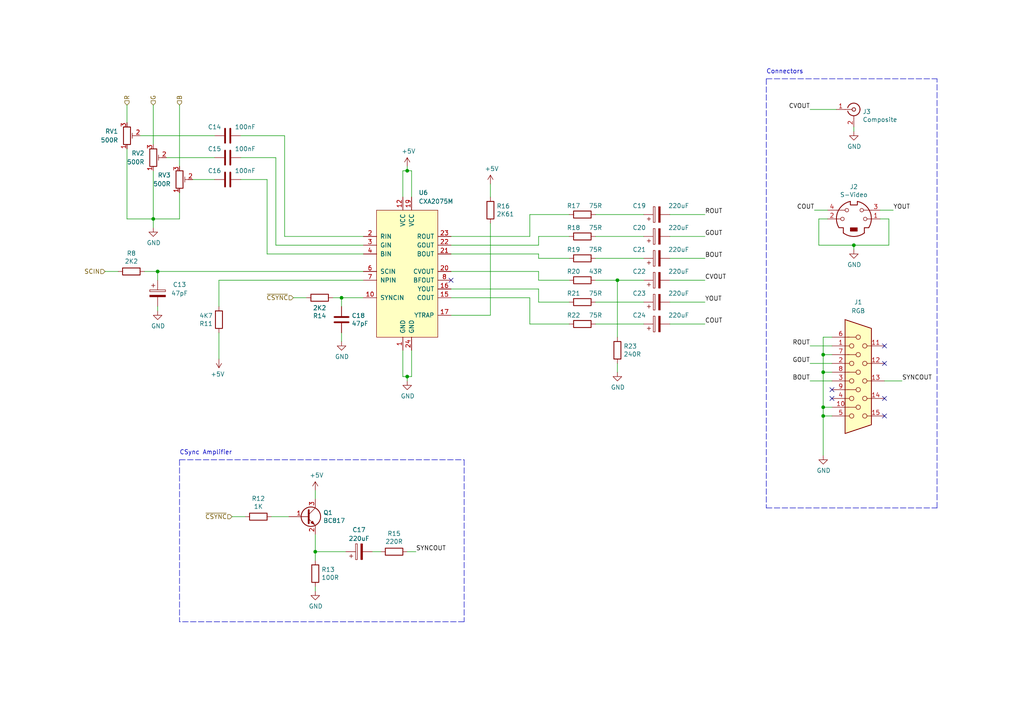
<source format=kicad_sch>
(kicad_sch (version 20211123) (generator eeschema)
  (paper "A4")
  (title_block (title "TRH9000") (date "2022-08-04") (rev "0") (company "The Retro Hacker") (comment 2 "Shared under CERN-OHL-S license") (comment 3 "TRH9000 - Open Source MSX Graphics Card based on the Yamaha V9990") (comment 4 "Designed  by: Cristiano Goncalves"))
  (lib_symbols
    (symbol "Connector:Conn_Coaxial" (pin_names (offset 1.016) hide)
      (property "Reference" "J" (at 0.254 3.048 0))
      (property "Value" "Conn_Coaxial" (at 2.921 0 90))
      (symbol "Conn_Coaxial_0_1"
        (arc (start -1.778 -0.508) (mid 0.2311 -1.8066) (end 1.778 0) (stroke (width 0.254)))
        (polyline (pts (xy -2.54 0) (xy -0.508 0)))
        (polyline (pts (xy 0 -2.54) (xy 0 -1.778)))
        (circle (center 0 0) (radius 0.508) (stroke (width 0.2032)))
        (arc (start 1.778 0) (mid 0.2099 1.8101) (end -1.778 0.508) (stroke (width 0.254)))
      )
      (symbol "Conn_Coaxial_1_1"
        (pin passive line (at -5.08 0 0) (length 2.54) (name "In") (number "1"))
        (pin passive line (at 0 -5.08 90) (length 2.54) (name "Ext") (number "2"))
      )
    )
    (symbol "Connector:DB15_Female_HighDensity" (pin_names (offset 1.016) hide)
      (property "Reference" "J" (at 0 21.59 0))
      (property "Value" "DB15_Female_HighDensity" (at 0 19.05 0))
      (symbol "DB15_Female_HighDensity_0_1"
        (circle (center -1.905 -10.16) (radius 0.635))
        (circle (center -1.905 -5.08) (radius 0.635))
        (circle (center -1.905 0) (radius 0.635))
        (circle (center -1.905 5.08) (radius 0.635))
        (circle (center -1.905 10.16) (radius 0.635))
        (circle (center 0 -7.62) (radius 0.635))
        (circle (center 0 -2.54) (radius 0.635))
        (polyline (pts (xy -3.175 7.62) (xy -0.635 7.62)))
        (polyline (pts (xy -0.635 -7.62) (xy -3.175 -7.62)))
        (polyline (pts (xy -0.635 -2.54) (xy -3.175 -2.54)))
        (polyline (pts (xy -0.635 2.54) (xy -3.175 2.54)))
        (polyline (pts (xy -0.635 12.7) (xy -3.175 12.7)))
        (polyline (pts (xy -3.81 17.78) (xy -3.81 -15.24) (xy 3.81 -12.7) (xy 3.81 15.24) (xy -3.81 17.78)) (stroke (width 0.254)) (fill (type background)))
        (circle (center 0 2.54) (radius 0.635))
        (circle (center 0 7.62) (radius 0.635))
        (circle (center 0 12.7) (radius 0.635))
        (circle (center 1.905 -10.16) (radius 0.635))
        (circle (center 1.905 -5.08) (radius 0.635))
        (circle (center 1.905 0) (radius 0.635))
        (circle (center 1.905 5.08) (radius 0.635))
        (circle (center 1.905 10.16) (radius 0.635))
      )
      (symbol "DB15_Female_HighDensity_1_1"
        (pin passive line (at -7.62 10.16 0) (length 5.08) (name "~") (number "1"))
        (pin passive line (at -7.62 -7.62 0) (length 5.08) (name "~") (number "10"))
        (pin passive line (at 7.62 10.16 180) (length 5.08) (name "~") (number "11"))
        (pin passive line (at 7.62 5.08 180) (length 5.08) (name "~") (number "12"))
        (pin passive line (at 7.62 0 180) (length 5.08) (name "~") (number "13"))
        (pin passive line (at 7.62 -5.08 180) (length 5.08) (name "~") (number "14"))
        (pin passive line (at 7.62 -10.16 180) (length 5.08) (name "~") (number "15"))
        (pin passive line (at -7.62 5.08 0) (length 5.08) (name "~") (number "2"))
        (pin passive line (at -7.62 0 0) (length 5.08) (name "~") (number "3"))
        (pin passive line (at -7.62 -5.08 0) (length 5.08) (name "~") (number "4"))
        (pin passive line (at -7.62 -10.16 0) (length 5.08) (name "~") (number "5"))
        (pin passive line (at -7.62 12.7 0) (length 5.08) (name "~") (number "6"))
        (pin passive line (at -7.62 7.62 0) (length 5.08) (name "~") (number "7"))
        (pin passive line (at -7.62 2.54 0) (length 5.08) (name "~") (number "8"))
        (pin passive line (at -7.62 -2.54 0) (length 5.08) (name "~") (number "9"))
      )
    )
    (symbol "Connector:Mini-DIN-4" (pin_names (offset 1.016))
      (property "Reference" "J" (at 0 6.35 0))
      (property "Value" "Mini-DIN-4" (at 0 -6.35 0))
      (symbol "Mini-DIN-4_0_1"
        (circle (center -3.302 0) (radius 0.508))
        (arc (start -3.048 -4.064) (mid 0 -5.08) (end 3.048 -4.064) (stroke (width 0.254)))
        (circle (center -2.032 2.54) (radius 0.508))
        (rectangle (start -1.016 -2.54) (end 1.016 -3.556) (fill (type outline)))
        (arc (start -1.016 5.08) (mid -4.6228 2.1214) (end -4.318 -2.54) (stroke (width 0.254)))
        (polyline (pts (xy -3.81 0) (xy -5.08 0)))
        (polyline (pts (xy -2.54 2.54) (xy -5.08 2.54)))
        (polyline (pts (xy 2.794 2.54) (xy 5.08 2.54)))
        (polyline (pts (xy 5.08 0) (xy 3.81 0)))
        (polyline (pts (xy -4.318 -2.54) (xy -3.048 -2.54) (xy -3.048 -4.064)) (stroke (width 0.254)))
        (polyline (pts (xy 4.318 -2.54) (xy 3.048 -2.54) (xy 3.048 -4.064)) (stroke (width 0.254)))
        (polyline (pts (xy -1.016 5.08) (xy -1.016 4.064) (xy 1.016 4.064) (xy 1.016 5.08)) (stroke (width 0.254)))
        (circle (center 2.286 2.54) (radius 0.508))
        (circle (center 3.302 0) (radius 0.508))
        (arc (start 4.318 -2.54) (mid 4.6661 2.1322) (end 1.016 5.08) (stroke (width 0.254)))
      )
      (symbol "Mini-DIN-4_1_1"
        (pin passive line (at 7.62 0 180) (length 2.54) (name "~") (number "1"))
        (pin passive line (at -7.62 0 0) (length 2.54) (name "~") (number "2"))
        (pin passive line (at 7.62 2.54 180) (length 2.54) (name "~") (number "3"))
        (pin passive line (at -7.62 2.54 0) (length 2.54) (name "~") (number "4"))
      )
    )
    (symbol "Device:C" (pin_numbers hide) (pin_names (offset 0.254))
      (property "Reference" "C" (at 0.635 2.54 0))
      (property "Value" "C" (at 0.635 -2.54 0))
      (symbol "C_0_1"
        (polyline (pts (xy -2.032 -0.762) (xy 2.032 -0.762)) (stroke (width 0.508)))
        (polyline (pts (xy -2.032 0.762) (xy 2.032 0.762)) (stroke (width 0.508)))
      )
      (symbol "C_1_1"
        (pin passive line (at 0 3.81 270) (length 2.794) (name "~") (number "1"))
        (pin passive line (at 0 -3.81 90) (length 2.794) (name "~") (number "2"))
      )
    )
    (symbol "Device:C_Polarized" (pin_numbers hide) (pin_names (offset 0.254))
      (property "Reference" "C" (at 0.635 2.54 0))
      (property "Value" "C_Polarized" (at 0.635 -2.54 0))
      (symbol "C_Polarized_0_1"
        (rectangle (start -2.286 0.508) (end 2.286 1.016))
        (polyline (pts (xy -1.778 2.286) (xy -0.762 2.286)))
        (polyline (pts (xy -1.27 2.794) (xy -1.27 1.778)))
        (rectangle (start 2.286 -0.508) (end -2.286 -1.016) (fill (type outline)))
      )
      (symbol "C_Polarized_1_1"
        (pin passive line (at 0 3.81 270) (length 2.794) (name "~") (number "1"))
        (pin passive line (at 0 -3.81 90) (length 2.794) (name "~") (number "2"))
      )
    )
    (symbol "Device:R" (pin_numbers hide) (pin_names (offset 0))
      (property "Reference" "R" (at 2.032 0 90))
      (property "Value" "R" (at 0 0 90))
      (symbol "R_0_1"
        (rectangle (start -1.016 -2.54) (end 1.016 2.54) (stroke (width 0.254)))
      )
      (symbol "R_1_1"
        (pin passive line (at 0 3.81 270) (length 1.27) (name "~") (number "1"))
        (pin passive line (at 0 -3.81 90) (length 1.27) (name "~") (number "2"))
      )
    )
    (symbol "Device:R_Potentiometer_Trim" (pin_names (offset 1.016) hide)
      (property "Reference" "RV" (at -4.445 0 90))
      (property "Value" "R_Potentiometer_Trim" (at -2.54 0 90))
      (symbol "R_Potentiometer_Trim_0_1"
        (polyline (pts (xy 1.524 0.762) (xy 1.524 -0.762)))
        (polyline (pts (xy 2.54 0) (xy 1.524 0)))
        (rectangle (start 1.016 2.54) (end -1.016 -2.54) (stroke (width 0.254)))
      )
      (symbol "R_Potentiometer_Trim_1_1"
        (pin passive line (at 0 3.81 270) (length 1.27) (name "1") (number "1"))
        (pin passive line (at 3.81 0 180) (length 1.27) (name "2") (number "2"))
        (pin passive line (at 0 -3.81 90) (length 1.27) (name "3") (number "3"))
      )
    )
    (symbol "TRH9000:CXA2075M" (pin_names (offset 1.016))
      (property "Reference" "U" (at -8.89 20.32 0))
      (property "Value" "CXA2075M" (at 7.62 20.32 0))
      (symbol "CXA2075M_0_1"
        (rectangle (start -8.89 19.05) (end 8.89 -17.78) (fill (type background)))
      )
      (symbol "CXA2075M_1_1"
        (pin power_in line (at -1.27 -21.59 90) (length 3.81) (name "GND") (number "1"))
        (pin input line (at -12.7 -6.35 0) (length 3.81) (name "SYNCIN") (number "10"))
        (pin no_connect line (at -12.7 -8.89 0) (length 3.81) hide (name "NC") (number "11"))
        (pin power_in line (at -1.27 22.86 270) (length 3.81) (name "VCC") (number "12"))
        (pin no_connect line (at 12.7 13.97 180) (length 3.81) hide (name "NC") (number "13"))
        (pin no_connect line (at 11.43 -8.89 180) (length 3.81) hide (name "NC") (number "14"))
        (pin output line (at 12.7 -6.35 180) (length 3.81) (name "COUT") (number "15"))
        (pin output line (at 12.7 -3.81 180) (length 3.81) (name "YOUT") (number "16"))
        (pin input line (at 12.7 -11.43 180) (length 3.81) (name "YTRAP") (number "17"))
        (pin no_connect line (at 11.43 -13.97 180) (length 3.81) hide (name "NC") (number "18"))
        (pin power_in line (at 1.27 22.86 270) (length 3.81) (name "VCC") (number "19"))
        (pin input line (at -12.7 11.43 0) (length 3.81) (name "RIN") (number "2"))
        (pin output line (at 12.7 1.27 180) (length 3.81) (name "CVOUT") (number "20"))
        (pin output line (at 12.7 6.35 180) (length 3.81) (name "BOUT") (number "21"))
        (pin output line (at 12.7 8.89 180) (length 3.81) (name "GOUT") (number "22"))
        (pin output line (at 12.7 11.43 180) (length 3.81) (name "ROUT") (number "23"))
        (pin power_in line (at 1.27 -21.59 90) (length 3.81) (name "GND") (number "24"))
        (pin input line (at -12.7 8.89 0) (length 3.81) (name "GIN") (number "3"))
        (pin input line (at -12.7 6.35 0) (length 3.81) (name "BIN") (number "4"))
        (pin no_connect line (at -12.7 3.81 0) (length 3.81) hide (name "NC") (number "5"))
        (pin input line (at -12.7 1.27 0) (length 3.81) (name "SCIN") (number "6"))
        (pin input line (at -12.7 -1.27 0) (length 3.81) (name "NPIN") (number "7"))
        (pin output line (at 12.7 -1.27 180) (length 3.81) (name "BFOUT") (number "8"))
        (pin no_connect line (at -12.7 -3.81 0) (length 3.81) hide (name "NC") (number "9"))
      )
    )
    (symbol "Transistor_BJT:BC817" (pin_names (offset 0) hide)
      (property "Reference" "Q" (at 5.08 1.905 0))
      (property "Value" "BC817" (at 5.08 0 0))
      (symbol "BC817_0_1"
        (polyline (pts (xy 0.635 0.635) (xy 2.54 2.54)))
        (polyline (pts (xy 0.635 -0.635) (xy 2.54 -2.54) (xy 2.54 -2.54)))
        (polyline (pts (xy 0.635 1.905) (xy 0.635 -1.905) (xy 0.635 -1.905)) (stroke (width 0.508)))
        (polyline (pts (xy 1.27 -1.778) (xy 1.778 -1.27) (xy 2.286 -2.286) (xy 1.27 -1.778) (xy 1.27 -1.778)) (fill (type outline)))
        (circle (center 1.27 0) (radius 2.8194) (stroke (width 0.254)))
      )
      (symbol "BC817_1_1"
        (pin input line (at -5.08 0 0) (length 5.715) (name "B") (number "1"))
        (pin passive line (at 2.54 -5.08 90) (length 2.54) (name "E") (number "2"))
        (pin passive line (at 2.54 5.08 270) (length 2.54) (name "C") (number "3"))
      )
    )
    (symbol "power:+5V" (power) (pin_names (offset 0))
      (property "Value" "+5V" (at 0 3.556 0))
      (symbol "+5V_0_1"
        (polyline (pts (xy -0.762 1.27) (xy 0 2.54)))
        (polyline (pts (xy 0 0) (xy 0 2.54)))
        (polyline (pts (xy 0 2.54) (xy 0.762 1.27)))
      )
      (symbol "+5V_1_1"
        (pin power_in line (at 0 0 90) (length 0) hide (name "+5V") (number "1"))
      )
    )
    (symbol "power:GND" (power) (pin_names (offset 0))
      (property "Value" "GND" (at 0 -3.81 0))
      (symbol "GND_0_1"
        (polyline (pts (xy 0 0) (xy 0 -1.27) (xy 1.27 -1.27) (xy 0 -2.54) (xy -1.27 -1.27) (xy 0 -1.27)))
      )
      (symbol "GND_1_1"
        (pin power_in line (at 0 0 270) (length 0) hide (name "GND") (number "1"))
      )
    )
  )
  (junction (at 118.11 109.22))
  (junction (at 99.06 86.36))
  (junction (at 45.72 78.74))
  (junction (at 247.65 71.12))
  (junction (at 179.07 81.28))
  (junction (at 118.11 49.53))
  (junction (at 238.76 120.65))
  (junction (at 44.45 63.5))
  (junction (at 238.76 107.95))
  (junction (at 91.44 160.02))
  (junction (at 238.76 102.87))
  (junction (at 238.76 118.11))
  (no_connect (at 256.54 115.57))
  (no_connect (at 130.81 81.28))
  (no_connect (at 241.3 115.57))
  (no_connect (at 256.54 100.33))
  (no_connect (at 256.54 105.41))
  (no_connect (at 256.54 120.65))
  (no_connect (at 241.3 113.03))
  (wire (pts (xy 52.07 55.88) (xy 52.07 63.5)))
  (wire (pts (xy 63.5 96.52) (xy 63.5 104.14)))
  (wire (pts (xy 257.81 71.12) (xy 247.65 71.12)))
  (wire (pts (xy 99.06 99.06) (xy 99.06 96.52)))
  (wire (pts (xy 156.21 74.93) (xy 165.1 74.93)))
  (wire (pts (xy 120.65 160.02) (xy 118.11 160.02)))
  (wire (pts (xy 238.76 107.95) (xy 238.76 118.11)))
  (wire (pts (xy 105.41 73.66) (xy 77.47 73.66)))
  (wire (pts (xy 116.84 109.22) (xy 118.11 109.22)))
  (wire (pts (xy 130.81 86.36) (xy 153.67 86.36)))
  (wire (pts (xy 63.5 81.28) (xy 63.5 88.9)))
  (wire (pts (xy 237.49 71.12) (xy 237.49 63.5)))
  (wire (pts (xy 156.21 73.66) (xy 156.21 74.93)))
  (polyline (pts (xy 52.07 133.35) (xy 134.62 133.35)))
  (wire (pts (xy 118.11 48.26) (xy 118.11 49.53)))
  (polyline (pts (xy 134.62 133.35) (xy 134.62 180.34)))
  (wire (pts (xy 156.21 68.58) (xy 156.21 71.12)))
  (wire (pts (xy 153.67 62.23) (xy 153.67 68.58)))
  (wire (pts (xy 186.69 62.23) (xy 172.72 62.23)))
  (wire (pts (xy 91.44 144.78) (xy 91.44 142.24)))
  (wire (pts (xy 105.41 81.28) (xy 63.5 81.28)))
  (wire (pts (xy 241.3 97.79) (xy 238.76 97.79)))
  (wire (pts (xy 194.31 74.93) (xy 204.47 74.93)))
  (wire (pts (xy 234.95 100.33) (xy 241.3 100.33)))
  (wire (pts (xy 44.45 49.53) (xy 44.45 63.5)))
  (polyline (pts (xy 222.25 147.32) (xy 271.78 147.32)))
  (wire (pts (xy 96.52 86.36) (xy 99.06 86.36)))
  (wire (pts (xy 55.88 52.07) (xy 62.23 52.07)))
  (wire (pts (xy 234.95 31.75) (xy 242.57 31.75)))
  (polyline (pts (xy 134.62 180.34) (xy 52.07 180.34)))
  (wire (pts (xy 238.76 118.11) (xy 241.3 118.11)))
  (wire (pts (xy 80.01 45.72) (xy 69.85 45.72)))
  (wire (pts (xy 116.84 49.53) (xy 118.11 49.53)))
  (wire (pts (xy 82.55 39.37) (xy 69.85 39.37)))
  (wire (pts (xy 44.45 63.5) (xy 44.45 66.04)))
  (wire (pts (xy 80.01 45.72) (xy 80.01 71.12)))
  (wire (pts (xy 237.49 63.5) (xy 240.03 63.5)))
  (wire (pts (xy 45.72 78.74) (xy 105.41 78.74)))
  (wire (pts (xy 130.81 71.12) (xy 156.21 71.12)))
  (wire (pts (xy 156.21 87.63) (xy 165.1 87.63)))
  (wire (pts (xy 179.07 81.28) (xy 172.72 81.28)))
  (wire (pts (xy 153.67 93.98) (xy 165.1 93.98)))
  (wire (pts (xy 255.27 63.5) (xy 257.81 63.5)))
  (wire (pts (xy 186.69 93.98) (xy 172.72 93.98)))
  (wire (pts (xy 105.41 71.12) (xy 80.01 71.12)))
  (wire (pts (xy 238.76 102.87) (xy 238.76 107.95)))
  (wire (pts (xy 194.31 87.63) (xy 204.47 87.63)))
  (wire (pts (xy 204.47 81.28) (xy 194.31 81.28)))
  (wire (pts (xy 119.38 49.53) (xy 119.38 57.15)))
  (wire (pts (xy 240.03 60.96) (xy 236.22 60.96)))
  (wire (pts (xy 130.81 83.82) (xy 156.21 83.82)))
  (wire (pts (xy 153.67 62.23) (xy 165.1 62.23)))
  (wire (pts (xy 256.54 110.49) (xy 261.62 110.49)))
  (wire (pts (xy 118.11 49.53) (xy 119.38 49.53)))
  (wire (pts (xy 99.06 88.9) (xy 99.06 86.36)))
  (wire (pts (xy 241.3 120.65) (xy 238.76 120.65)))
  (wire (pts (xy 85.09 86.36) (xy 88.9 86.36)))
  (wire (pts (xy 45.72 78.74) (xy 45.72 81.28)))
  (wire (pts (xy 172.72 87.63) (xy 186.69 87.63)))
  (wire (pts (xy 36.83 63.5) (xy 44.45 63.5)))
  (wire (pts (xy 119.38 101.6) (xy 119.38 109.22)))
  (wire (pts (xy 247.65 71.12) (xy 237.49 71.12)))
  (wire (pts (xy 153.67 86.36) (xy 153.67 93.98)))
  (wire (pts (xy 116.84 101.6) (xy 116.84 109.22)))
  (wire (pts (xy 40.64 39.37) (xy 62.23 39.37)))
  (wire (pts (xy 30.48 78.74) (xy 34.29 78.74)))
  (wire (pts (xy 179.07 107.95) (xy 179.07 105.41)))
  (wire (pts (xy 247.65 38.1) (xy 247.65 36.83)))
  (wire (pts (xy 78.74 149.86) (xy 83.82 149.86)))
  (wire (pts (xy 247.65 72.39) (xy 247.65 71.12)))
  (wire (pts (xy 156.21 78.74) (xy 156.21 81.28)))
  (wire (pts (xy 130.81 73.66) (xy 156.21 73.66)))
  (wire (pts (xy 238.76 102.87) (xy 241.3 102.87)))
  (wire (pts (xy 67.31 149.86) (xy 71.12 149.86)))
  (wire (pts (xy 186.69 81.28) (xy 179.07 81.28)))
  (wire (pts (xy 110.49 160.02) (xy 107.95 160.02)))
  (wire (pts (xy 238.76 120.65) (xy 238.76 132.08)))
  (wire (pts (xy 142.24 91.44) (xy 142.24 64.77)))
  (wire (pts (xy 130.81 78.74) (xy 156.21 78.74)))
  (wire (pts (xy 186.69 68.58) (xy 172.72 68.58)))
  (wire (pts (xy 36.83 30.48) (xy 36.83 35.56)))
  (wire (pts (xy 45.72 88.9) (xy 45.72 90.17)))
  (wire (pts (xy 44.45 30.48) (xy 44.45 41.91)))
  (wire (pts (xy 238.76 107.95) (xy 241.3 107.95)))
  (wire (pts (xy 179.07 97.79) (xy 179.07 81.28)))
  (wire (pts (xy 91.44 154.94) (xy 91.44 160.02)))
  (wire (pts (xy 194.31 62.23) (xy 204.47 62.23)))
  (wire (pts (xy 238.76 97.79) (xy 238.76 102.87)))
  (wire (pts (xy 130.81 68.58) (xy 153.67 68.58)))
  (wire (pts (xy 234.95 110.49) (xy 241.3 110.49)))
  (wire (pts (xy 48.26 45.72) (xy 62.23 45.72)))
  (wire (pts (xy 82.55 39.37) (xy 82.55 68.58)))
  (polyline (pts (xy 52.07 133.35) (xy 52.07 180.34)))
  (wire (pts (xy 238.76 118.11) (xy 238.76 120.65)))
  (wire (pts (xy 52.07 63.5) (xy 44.45 63.5)))
  (wire (pts (xy 257.81 63.5) (xy 257.81 71.12)))
  (wire (pts (xy 105.41 68.58) (xy 82.55 68.58)))
  (wire (pts (xy 118.11 110.49) (xy 118.11 109.22)))
  (wire (pts (xy 116.84 49.53) (xy 116.84 57.15)))
  (wire (pts (xy 100.33 160.02) (xy 91.44 160.02)))
  (wire (pts (xy 156.21 81.28) (xy 165.1 81.28)))
  (wire (pts (xy 41.91 78.74) (xy 45.72 78.74)))
  (wire (pts (xy 259.08 60.96) (xy 255.27 60.96)))
  (wire (pts (xy 156.21 68.58) (xy 165.1 68.58)))
  (polyline (pts (xy 222.25 22.86) (xy 222.25 147.32)))
  (wire (pts (xy 36.83 43.18) (xy 36.83 63.5)))
  (wire (pts (xy 204.47 68.58) (xy 194.31 68.58)))
  (wire (pts (xy 52.07 30.48) (xy 52.07 48.26)))
  (wire (pts (xy 99.06 86.36) (xy 105.41 86.36)))
  (wire (pts (xy 204.47 93.98) (xy 194.31 93.98)))
  (wire (pts (xy 172.72 74.93) (xy 186.69 74.93)))
  (wire (pts (xy 91.44 170.18) (xy 91.44 171.45)))
  (wire (pts (xy 234.95 105.41) (xy 241.3 105.41)))
  (wire (pts (xy 91.44 160.02) (xy 91.44 162.56)))
  (polyline (pts (xy 271.78 147.32) (xy 271.78 22.86)))
  (polyline (pts (xy 222.25 22.86) (xy 271.78 22.86)))
  (wire (pts (xy 156.21 83.82) (xy 156.21 87.63)))
  (wire (pts (xy 142.24 57.15) (xy 142.24 53.34)))
  (wire (pts (xy 77.47 52.07) (xy 69.85 52.07)))
  (wire (pts (xy 118.11 109.22) (xy 119.38 109.22)))
  (wire (pts (xy 130.81 91.44) (xy 142.24 91.44)))
  (wire (pts (xy 77.47 52.07) (xy 77.47 73.66)))
  (text "CSync Amplifier" (at 52.07 132.08 0) (effects (font (size 1.27 1.27)) (justify left bottom)))
  (text "Connectors\n" (at 222.25 21.59 0) (effects (font (size 1.27 1.27)) (justify left bottom)))
  (label "COUT" (at 204.47 93.98 0))
  (label "YOUT" (at 204.47 87.63 0))
  (label "ROUT" (at 204.47 62.23 0))
  (label "BOUT" (at 234.95 110.49 180))
  (label "CVOUT" (at 234.95 31.75 180))
  (label "SYNCOUT" (at 261.62 110.49 0))
  (label "BOUT" (at 204.47 74.93 0))
  (label "YOUT" (at 259.08 60.96 0))
  (label "CVOUT" (at 204.47 81.28 0))
  (label "SYNCOUT" (at 120.65 160.02 0))
  (label "ROUT" (at 234.95 100.33 180))
  (label "COUT" (at 236.22 60.96 180))
  (label "GOUT" (at 204.47 68.58 0))
  (label "GOUT" (at 234.95 105.41 180))
  (hierarchical_label "G" (shape input) (at 44.45 30.48 90))
  (hierarchical_label "~{CSYNC}" (shape input) (at 67.31 149.86 180))
  (hierarchical_label "B" (shape input) (at 52.07 30.48 90))
  (hierarchical_label "~{CSYNC}" (shape input) (at 85.09 86.36 180))
  (hierarchical_label "SCIN" (shape input) (at 30.48 78.74 180))
  (hierarchical_label "R" (shape input) (at 36.83 30.48 90))
  (symbol (lib_id "power:GND") (at 247.65 38.1 0) (unit 1)
    (property "Reference" "#PWR0148" (effects hide))
    (property "Value" "GND" (at 247.777 42.4942 0))
  )
  (symbol (lib_id "Device:R") (at 168.91 87.63 270) (unit 1)
    (property "Reference" "R21" (at 166.37 85.09 90))
    (property "Value" "75R" (at 172.72 85.09 90))
    (property "Footprint" "Resistor_SMD:R_0805_2012Metric" (effects hide))
  )
  (symbol (lib_id "power:GND") (at 118.11 110.49 0) (unit 1)
    (property "Reference" "#PWR0143" (effects hide))
    (property "Value" "GND" (at 118.237 114.8842 0))
  )
  (symbol (lib_id "power:+5V") (at 118.11 48.26 0) (unit 1)
    (property "Reference" "#PWR0139" (effects hide))
    (property "Value" "+5V" (at 118.491 43.8658 0))
  )
  (symbol (lib_id "Device:R_Potentiometer_Trim") (at 44.45 45.72 0) (mirror x) (unit 1)
    (property "Reference" "RV2" (at 41.91 44.4499 0) (effects (justify right)))
    (property "Value" "500R" (at 41.91 46.9899 0) (effects (justify right)))
    (property "Footprint" "Potentiometer_SMD:Potentiometer_Bourns_3314G_Vertical" (effects hide))
  )
  (symbol (lib_id "Device:C_Polarized") (at 190.5 74.93 90) (unit 1)
    (property "Reference" "C21" (at 185.42 72.39 90))
    (property "Value" "220uF" (at 196.85 72.39 90))
    (property "Footprint" "Capacitor_THT:CP_Radial_D5.0mm_P2.50mm" (effects hide))
  )
  (symbol (lib_id "Device:R") (at 91.44 166.37 0) (unit 1)
    (property "Reference" "R13" (at 93.218 165.2016 0) (effects (justify left)))
    (property "Value" "100R" (at 93.218 167.513 0) (effects (justify left)))
    (property "Footprint" "Resistor_SMD:R_0805_2012Metric" (effects hide))
  )
  (symbol (lib_id "power:GND") (at 99.06 99.06 0) (unit 1)
    (property "Reference" "#PWR0144" (effects hide))
    (property "Value" "GND" (at 99.187 103.4542 0))
  )
  (symbol (lib_id "Device:C") (at 66.04 39.37 270) (unit 1)
    (property "Reference" "C14" (at 62.23 36.83 90))
    (property "Value" "100nF" (at 71.12 36.83 90))
    (property "Footprint" "Capacitor_SMD:C_0805_2012Metric" (effects hide))
  )
  (symbol (lib_id "power:GND") (at 91.44 171.45 0) (unit 1)
    (property "Reference" "#PWR0142" (effects hide))
    (property "Value" "GND" (at 91.567 175.8442 0))
  )
  (symbol (lib_id "Device:R") (at 168.91 62.23 270) (unit 1)
    (property "Reference" "R17" (at 166.37 59.69 90))
    (property "Value" "75R" (at 172.72 59.69 90))
    (property "Footprint" "Resistor_SMD:R_0805_2012Metric" (effects hide))
  )
  (symbol (lib_id "Device:C_Polarized") (at 190.5 81.28 90) (unit 1)
    (property "Reference" "C22" (at 185.42 78.74 90))
    (property "Value" "220uF" (at 196.85 78.74 90))
    (property "Footprint" "Capacitor_THT:CP_Radial_D5.0mm_P2.50mm" (effects hide))
  )
  (symbol (lib_id "power:GND") (at 45.72 90.17 0) (unit 1)
    (property "Reference" "#PWR0146" (effects hide))
    (property "Value" "GND" (at 45.847 94.5642 0))
  )
  (symbol (lib_id "Device:C_Polarized") (at 190.5 62.23 90) (unit 1)
    (property "Reference" "C19" (at 185.42 59.69 90))
    (property "Value" "220uF" (at 196.85 59.69 90))
    (property "Footprint" "Capacitor_THT:CP_Radial_D5.0mm_P2.50mm" (effects hide))
  )
  (symbol (lib_id "Device:R") (at 168.91 93.98 270) (unit 1)
    (property "Reference" "R22" (at 166.37 91.44 90))
    (property "Value" "75R" (at 172.72 91.44 90))
    (property "Footprint" "Resistor_SMD:R_0805_2012Metric" (effects hide))
  )
  (symbol (lib_id "Device:C") (at 99.06 92.71 0) (unit 1)
    (property "Reference" "C18" (at 101.981 91.5416 0) (effects (justify left)))
    (property "Value" "47pF" (at 101.981 93.853 0) (effects (justify left)))
    (property "Footprint" "Capacitor_SMD:C_0805_2012Metric" (effects hide))
  )
  (symbol (lib_id "power:GND") (at 247.65 72.39 0) (unit 1)
    (property "Reference" "#PWR0149" (effects hide))
    (property "Value" "GND" (at 247.777 76.7842 0))
  )
  (symbol (lib_id "Device:R") (at 74.93 149.86 270) (unit 1)
    (property "Reference" "R12" (at 74.93 144.6022 90))
    (property "Value" "1K" (at 74.93 146.9136 90))
    (property "Footprint" "Resistor_SMD:R_0805_2012Metric" (effects hide))
  )
  (symbol (lib_id "Device:R") (at 168.91 81.28 270) (unit 1)
    (property "Reference" "R20" (at 166.37 78.74 90))
    (property "Value" "43R" (at 172.72 78.74 90))
    (property "Footprint" "Resistor_SMD:R_0805_2012Metric" (effects hide))
  )
  (symbol (lib_id "power:+5V") (at 142.24 53.34 0) (unit 1)
    (property "Reference" "#PWR0140" (effects hide))
    (property "Value" "+5V" (at 142.621 48.9458 0))
  )
  (symbol (lib_id "Device:C_Polarized") (at 45.72 85.09 0) (unit 1)
    (property "Reference" "C13" (at 52.07 82.55 0))
    (property "Value" "47pF" (at 52.07 85.09 0))
    (property "Footprint" "Capacitor_THT:CP_Radial_D5.0mm_P2.50mm" (effects hide))
  )
  (symbol (lib_id "power:GND") (at 44.45 66.04 0) (unit 1)
    (property "Reference" "#PWR0145" (effects hide))
    (property "Value" "GND" (at 44.577 70.4342 0))
  )
  (symbol (lib_id "Connector:Conn_Coaxial") (at 247.65 31.75 0) (unit 1)
    (property "Reference" "J3" (at 250.19 32.385 0) (effects (justify left)))
    (property "Value" "Composite" (at 250.19 34.6964 0) (effects (justify left)))
    (property "Footprint" "Connector_PinHeader_2.54mm:PinHeader_1x02_P2.54mm_Vertical" (effects hide))
    (property "Datasheet" " ~" (effects hide))
  )
  (symbol (lib_id "Connector:Mini-DIN-4") (at 247.65 63.5 0) (unit 1)
    (property "Reference" "J2" (at 247.65 54.1782 0))
    (property "Value" "S-Video" (at 247.65 56.4896 0))
    (property "Footprint" "Connector_PinHeader_2.54mm:PinHeader_1x04_P2.54mm_Vertical" (effects hide))
    (property "Datasheet" "http://service.powerdynamics.com/ec/Catalog17/Section%2011.pdf" (effects hide))
  )
  (symbol (lib_id "Transistor_BJT:BC817") (at 88.9 149.86 0) (unit 1)
    (property "Reference" "Q1" (at 93.7514 148.6916 0) (effects (justify left)))
    (property "Value" "BC817" (at 93.7514 151.003 0) (effects (justify left)))
    (property "Footprint" "Package_TO_SOT_SMD:SOT-23" (effects hide))
    (property "Datasheet" "https://www.onsemi.com/pub/Collateral/BC818-D.pdf" (effects hide))
  )
  (symbol (lib_id "power:+5V") (at 91.44 142.24 0) (unit 1)
    (property "Reference" "#PWR0141" (effects hide))
    (property "Value" "+5V" (at 91.821 137.8458 0))
  )
  (symbol (lib_id "power:+5V") (at 63.5 104.14 180) (unit 1)
    (property "Reference" "#PWR0147" (effects hide))
    (property "Value" "+5V" (at 63.119 108.5342 0))
  )
  (symbol (lib_id "Device:R") (at 92.71 86.36 90) (unit 1)
    (property "Reference" "R14" (at 92.71 91.6178 90))
    (property "Value" "2K2" (at 92.71 89.3064 90))
    (property "Footprint" "Resistor_SMD:R_0805_2012Metric" (effects hide))
  )
  (symbol (lib_id "Device:R_Potentiometer_Trim") (at 52.07 52.07 0) (mirror x) (unit 1)
    (property "Reference" "RV3" (at 49.53 50.7999 0) (effects (justify right)))
    (property "Value" "500R" (at 49.53 53.3399 0) (effects (justify right)))
    (property "Footprint" "Potentiometer_SMD:Potentiometer_Bourns_3314G_Vertical" (effects hide))
  )
  (symbol (lib_id "TRH9000:CXA2075M") (at 118.11 80.01 0) (unit 1)
    (property "Reference" "U6" (at 121.3994 55.88 0) (effects (justify left)))
    (property "Value" "CXA2075M" (at 121.3994 58.42 0) (effects (justify left)))
    (property "Footprint" "Package_SO:SOP-24_7.5x15.4mm_P1.27mm" (effects hide))
  )
  (symbol (lib_id "Device:C") (at 66.04 45.72 270) (unit 1)
    (property "Reference" "C15" (at 62.23 43.18 90))
    (property "Value" "100nF" (at 71.12 43.18 90))
    (property "Footprint" "Capacitor_SMD:C_0805_2012Metric" (effects hide))
  )
  (symbol (lib_id "Device:R") (at 179.07 101.6 0) (unit 1)
    (property "Reference" "R23" (at 180.848 100.4316 0) (effects (justify left)))
    (property "Value" "240R" (at 180.848 102.743 0) (effects (justify left)))
    (property "Footprint" "Resistor_SMD:R_0805_2012Metric" (effects hide))
  )
  (symbol (lib_id "Device:R") (at 142.24 60.96 0) (unit 1)
    (property "Reference" "R16" (at 144.018 59.7916 0) (effects (justify left)))
    (property "Value" "2K61" (at 144.018 62.103 0) (effects (justify left)))
    (property "Footprint" "Resistor_SMD:R_0805_2012Metric" (effects hide))
  )
  (symbol (lib_id "Device:R") (at 168.91 74.93 270) (unit 1)
    (property "Reference" "R19" (at 166.37 72.39 90))
    (property "Value" "75R" (at 172.72 72.39 90))
    (property "Footprint" "Resistor_SMD:R_0805_2012Metric" (effects hide))
  )
  (symbol (lib_id "Device:R") (at 114.3 160.02 270) (unit 1)
    (property "Reference" "R15" (at 114.3 154.7622 90))
    (property "Value" "220R" (at 114.3 157.0736 90))
    (property "Footprint" "Resistor_SMD:R_0805_2012Metric" (effects hide))
  )
  (symbol (lib_id "Device:R") (at 38.1 78.74 270) (unit 1)
    (property "Reference" "R8" (at 38.1 73.4822 90))
    (property "Value" "2K2" (at 38.1 75.7936 90))
    (property "Footprint" "Resistor_SMD:R_0805_2012Metric" (effects hide))
  )
  (symbol (lib_id "Device:C_Polarized") (at 190.5 87.63 90) (unit 1)
    (property "Reference" "C23" (at 185.42 85.09 90))
    (property "Value" "220uF" (at 196.85 85.09 90))
    (property "Footprint" "Capacitor_THT:CP_Radial_D5.0mm_P2.50mm" (effects hide))
  )
  (symbol (lib_id "Device:C_Polarized") (at 190.5 93.98 90) (unit 1)
    (property "Reference" "C24" (at 185.42 91.44 90))
    (property "Value" "220uF" (at 196.85 91.44 90))
    (property "Footprint" "Capacitor_THT:CP_Radial_D5.0mm_P2.50mm" (effects hide))
  )
  (symbol (lib_id "Device:C") (at 66.04 52.07 270) (unit 1)
    (property "Reference" "C16" (at 62.23 49.53 90))
    (property "Value" "100nF" (at 71.12 49.53 90))
    (property "Footprint" "Capacitor_SMD:C_0805_2012Metric" (effects hide))
  )
  (symbol (lib_id "Connector:DB15_Female_HighDensity") (at 248.92 110.49 0) (unit 1)
    (property "Reference" "J1" (at 248.92 87.63 0))
    (property "Value" "RGB" (at 248.92 90.17 0))
    (property "Footprint" "Connector_Dsub:DSUB-15-HD_Female_Horizontal_P2.29x1.98mm_EdgePinOffset3.03mm_Housed_MountingHolesOffset4.94mm" (effects hide))
    (property "Datasheet" " ~" (effects hide))
  )
  (symbol (lib_id "Device:R") (at 168.91 68.58 270) (unit 1)
    (property "Reference" "R18" (at 166.37 66.04 90))
    (property "Value" "75R" (at 172.72 66.04 90))
    (property "Footprint" "Resistor_SMD:R_0805_2012Metric" (effects hide))
  )
  (symbol (lib_id "Device:C_Polarized") (at 104.14 160.02 90) (unit 1)
    (property "Reference" "C17" (at 104.14 153.67 90))
    (property "Value" "220uF" (at 104.14 156.21 90))
    (property "Footprint" "Capacitor_THT:CP_Radial_D5.0mm_P2.50mm" (effects hide))
  )
  (symbol (lib_id "Device:R_Potentiometer_Trim") (at 36.83 39.37 0) (mirror x) (unit 1)
    (property "Reference" "RV1" (at 34.29 38.0999 0) (effects (justify right)))
    (property "Value" "500R" (at 34.29 40.6399 0) (effects (justify right)))
    (property "Footprint" "Potentiometer_SMD:Potentiometer_Bourns_3314G_Vertical" (effects hide))
  )
  (symbol (lib_id "power:GND") (at 179.07 107.95 0) (unit 1)
    (property "Reference" "#PWR0150" (effects hide))
    (property "Value" "GND" (at 179.197 112.3442 0))
  )
  (symbol (lib_id "Device:C_Polarized") (at 190.5 68.58 90) (unit 1)
    (property "Reference" "C20" (at 185.42 66.04 90))
    (property "Value" "220uF" (at 196.85 66.04 90))
    (property "Footprint" "Capacitor_THT:CP_Radial_D5.0mm_P2.50mm" (effects hide))
  )
  (symbol (lib_id "power:GND") (at 238.76 132.08 0) (unit 1)
    (property "Reference" "#PWR0151" (effects hide))
    (property "Value" "GND" (at 238.887 136.4742 0))
  )
  (symbol (lib_id "Device:R") (at 63.5 92.71 180) (unit 1)
    (property "Reference" "R11" (at 61.722 93.8784 0) (effects (justify left)))
    (property "Value" "4K7" (at 61.722 91.567 0) (effects (justify left)))
    (property "Footprint" "Resistor_SMD:R_0805_2012Metric" (effects hide))
  )
)
</source>
